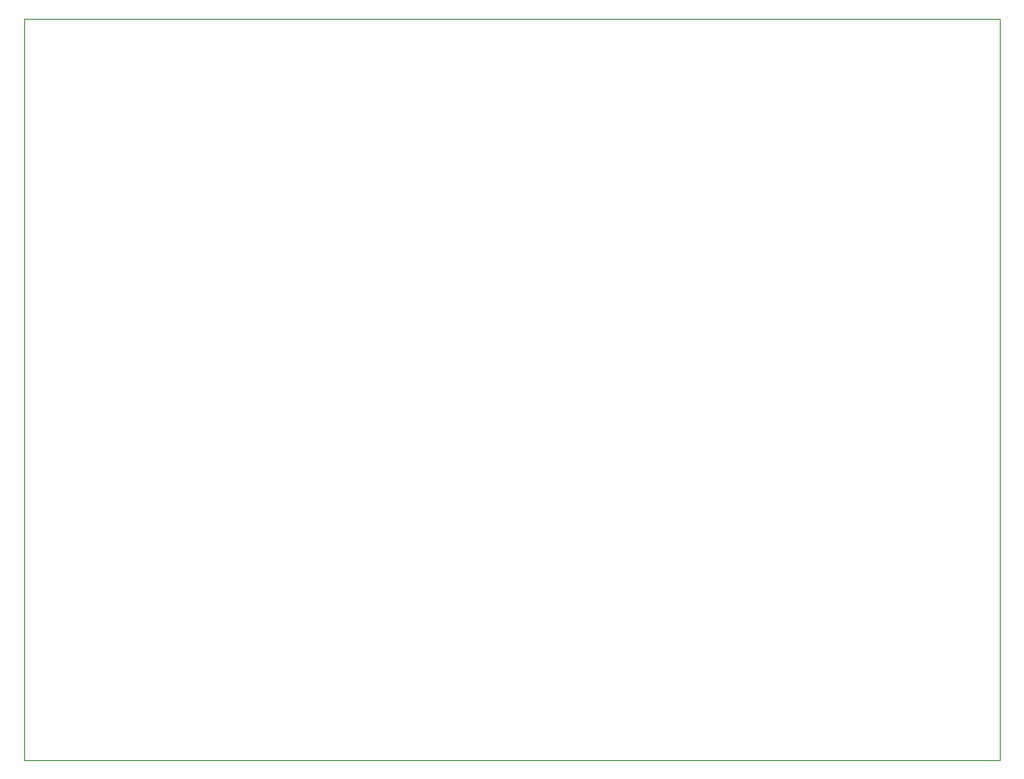
<source format=gbr>
G04 #@! TF.GenerationSoftware,KiCad,Pcbnew,(5.1.0)-1*
G04 #@! TF.CreationDate,2020-08-30T01:34:28+02:00*
G04 #@! TF.ProjectId,Dosimeter,446f7369-6d65-4746-9572-2e6b69636164,rev?*
G04 #@! TF.SameCoordinates,Original*
G04 #@! TF.FileFunction,Profile,NP*
%FSLAX46Y46*%
G04 Gerber Fmt 4.6, Leading zero omitted, Abs format (unit mm)*
G04 Created by KiCad (PCBNEW (5.1.0)-1) date 2020-08-30 01:34:28*
%MOMM*%
%LPD*%
G04 APERTURE LIST*
%ADD10C,0.050000*%
G04 APERTURE END LIST*
D10*
X27000000Y-131000000D02*
X27000000Y-61000000D01*
X119000000Y-131000000D02*
X27000000Y-131000000D01*
X119000000Y-61000000D02*
X119000000Y-131000000D01*
X27000000Y-61000000D02*
X119000000Y-61000000D01*
M02*

</source>
